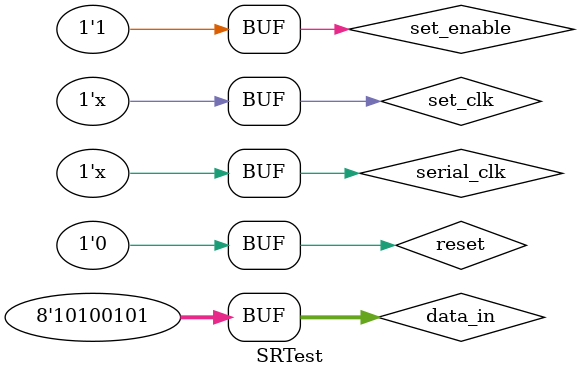
<source format=v>
`timescale 1ns / 1ps


module SRTest;

	// Inputs
	reg serial_clk;
	reg reset;
	reg set_enable;
	reg set_clk;
	reg [7:0] data_in;

	// Outputs
	wire serial_out;
	wire serial_clk_out;
	wire busy;

	// Instantiate the Unit Under Test (UUT)
	shiftreg_out uut (
		.serial_clk(serial_clk), 
		.serial_out(serial_out),
		.busy(busy), 
		.reset(reset), 
		.set_enable(set_enable), 
		.set_clk(set_clk), 
		.data_in(data_in)
	);

	initial begin
		// Initialize Inputs
		serial_clk = 0;
		reset = 1;
		set_enable = 1;
		set_clk = 0;
		data_in = 0;

		// Wait 100 ns for global reset to finish
		#100;
        
		// Add stimulus here
		#1000 reset=0;
		#100 data_in=8'hF1;
		set_enable=0;
		#800 set_enable=1;
		#25000 data_in=8'hA5;
		#100 set_enable=0;
		#400 set_enable=1;
	end
	
		always
			#100 set_clk=!set_clk;
		always
			#200 serial_clk=!serial_clk;
			
      
endmodule


</source>
